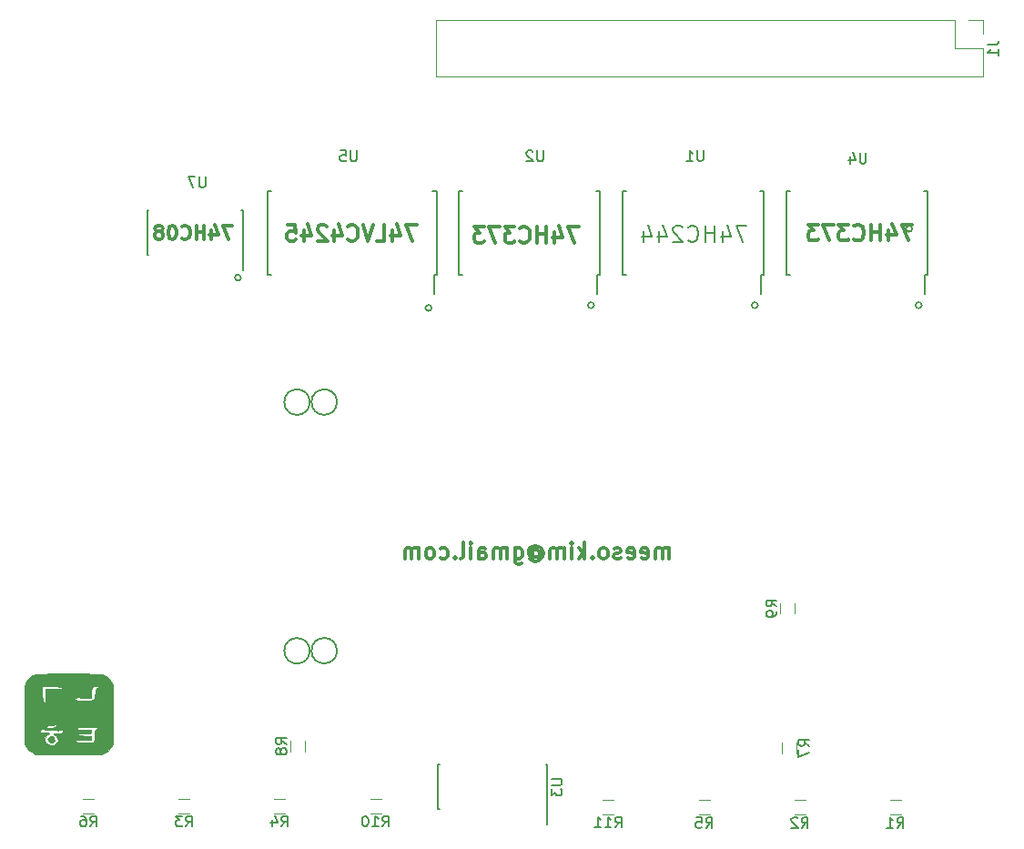
<source format=gbr>
G04 #@! TF.FileFunction,Legend,Bot*
%FSLAX46Y46*%
G04 Gerber Fmt 4.6, Leading zero omitted, Abs format (unit mm)*
G04 Created by KiCad (PCBNEW 4.0.7) date 11/25/18 08:17:31*
%MOMM*%
%LPD*%
G01*
G04 APERTURE LIST*
%ADD10C,0.100000*%
%ADD11C,0.300000*%
%ADD12C,0.200000*%
%ADD13C,0.370000*%
%ADD14C,0.120000*%
%ADD15C,0.150000*%
%ADD16C,0.010000*%
G04 APERTURE END LIST*
D10*
D11*
X200333156Y-73384671D02*
X199333156Y-73384671D01*
X199976013Y-74884671D01*
X198118871Y-73884671D02*
X198118871Y-74884671D01*
X198476014Y-73313243D02*
X198833157Y-74384671D01*
X197904585Y-74384671D01*
X197333157Y-74884671D02*
X197333157Y-73384671D01*
X197333157Y-74098957D02*
X196476014Y-74098957D01*
X196476014Y-74884671D02*
X196476014Y-73384671D01*
X194904585Y-74741814D02*
X194976014Y-74813243D01*
X195190300Y-74884671D01*
X195333157Y-74884671D01*
X195547442Y-74813243D01*
X195690300Y-74670386D01*
X195761728Y-74527529D01*
X195833157Y-74241814D01*
X195833157Y-74027529D01*
X195761728Y-73741814D01*
X195690300Y-73598957D01*
X195547442Y-73456100D01*
X195333157Y-73384671D01*
X195190300Y-73384671D01*
X194976014Y-73456100D01*
X194904585Y-73527529D01*
X194404585Y-73384671D02*
X193476014Y-73384671D01*
X193976014Y-73956100D01*
X193761728Y-73956100D01*
X193618871Y-74027529D01*
X193547442Y-74098957D01*
X193476014Y-74241814D01*
X193476014Y-74598957D01*
X193547442Y-74741814D01*
X193618871Y-74813243D01*
X193761728Y-74884671D01*
X194190300Y-74884671D01*
X194333157Y-74813243D01*
X194404585Y-74741814D01*
X192976014Y-73384671D02*
X191976014Y-73384671D01*
X192618871Y-74884671D01*
X191547443Y-73384671D02*
X190618872Y-73384671D01*
X191118872Y-73956100D01*
X190904586Y-73956100D01*
X190761729Y-74027529D01*
X190690300Y-74098957D01*
X190618872Y-74241814D01*
X190618872Y-74598957D01*
X190690300Y-74741814D01*
X190761729Y-74813243D01*
X190904586Y-74884671D01*
X191333158Y-74884671D01*
X191476015Y-74813243D01*
X191547443Y-74741814D01*
D12*
X146806798Y-113042700D02*
G75*
G03X146806798Y-113042700I-1184849J0D01*
G01*
X144275749Y-113051651D02*
G75*
G03X144275749Y-113051651I-1184849J0D01*
G01*
X146806798Y-89912251D02*
G75*
G03X146806798Y-89912251I-1184849J0D01*
G01*
X144275749Y-89916000D02*
G75*
G03X144275749Y-89916000I-1184849J0D01*
G01*
X137875781Y-78333600D02*
G75*
G03X137875781Y-78333600I-283981J0D01*
G01*
X185957981Y-80899000D02*
G75*
G03X185957981Y-80899000I-283981J0D01*
G01*
X170717981Y-80899000D02*
G75*
G03X170717981Y-80899000I-283981J0D01*
G01*
X201197981Y-80899000D02*
G75*
G03X201197981Y-80899000I-283981J0D01*
G01*
D11*
X177703214Y-104501071D02*
X177703214Y-103501071D01*
X177703214Y-103643929D02*
X177631786Y-103572500D01*
X177488928Y-103501071D01*
X177274643Y-103501071D01*
X177131786Y-103572500D01*
X177060357Y-103715357D01*
X177060357Y-104501071D01*
X177060357Y-103715357D02*
X176988928Y-103572500D01*
X176846071Y-103501071D01*
X176631786Y-103501071D01*
X176488928Y-103572500D01*
X176417500Y-103715357D01*
X176417500Y-104501071D01*
X175131786Y-104429643D02*
X175274643Y-104501071D01*
X175560357Y-104501071D01*
X175703214Y-104429643D01*
X175774643Y-104286786D01*
X175774643Y-103715357D01*
X175703214Y-103572500D01*
X175560357Y-103501071D01*
X175274643Y-103501071D01*
X175131786Y-103572500D01*
X175060357Y-103715357D01*
X175060357Y-103858214D01*
X175774643Y-104001071D01*
X173846072Y-104429643D02*
X173988929Y-104501071D01*
X174274643Y-104501071D01*
X174417500Y-104429643D01*
X174488929Y-104286786D01*
X174488929Y-103715357D01*
X174417500Y-103572500D01*
X174274643Y-103501071D01*
X173988929Y-103501071D01*
X173846072Y-103572500D01*
X173774643Y-103715357D01*
X173774643Y-103858214D01*
X174488929Y-104001071D01*
X173203215Y-104429643D02*
X173060358Y-104501071D01*
X172774643Y-104501071D01*
X172631786Y-104429643D01*
X172560358Y-104286786D01*
X172560358Y-104215357D01*
X172631786Y-104072500D01*
X172774643Y-104001071D01*
X172988929Y-104001071D01*
X173131786Y-103929643D01*
X173203215Y-103786786D01*
X173203215Y-103715357D01*
X173131786Y-103572500D01*
X172988929Y-103501071D01*
X172774643Y-103501071D01*
X172631786Y-103572500D01*
X171703214Y-104501071D02*
X171846072Y-104429643D01*
X171917500Y-104358214D01*
X171988929Y-104215357D01*
X171988929Y-103786786D01*
X171917500Y-103643929D01*
X171846072Y-103572500D01*
X171703214Y-103501071D01*
X171488929Y-103501071D01*
X171346072Y-103572500D01*
X171274643Y-103643929D01*
X171203214Y-103786786D01*
X171203214Y-104215357D01*
X171274643Y-104358214D01*
X171346072Y-104429643D01*
X171488929Y-104501071D01*
X171703214Y-104501071D01*
X170560357Y-104358214D02*
X170488929Y-104429643D01*
X170560357Y-104501071D01*
X170631786Y-104429643D01*
X170560357Y-104358214D01*
X170560357Y-104501071D01*
X169846071Y-104501071D02*
X169846071Y-103001071D01*
X169703214Y-103929643D02*
X169274643Y-104501071D01*
X169274643Y-103501071D02*
X169846071Y-104072500D01*
X168631785Y-104501071D02*
X168631785Y-103501071D01*
X168631785Y-103001071D02*
X168703214Y-103072500D01*
X168631785Y-103143929D01*
X168560357Y-103072500D01*
X168631785Y-103001071D01*
X168631785Y-103143929D01*
X167917499Y-104501071D02*
X167917499Y-103501071D01*
X167917499Y-103643929D02*
X167846071Y-103572500D01*
X167703213Y-103501071D01*
X167488928Y-103501071D01*
X167346071Y-103572500D01*
X167274642Y-103715357D01*
X167274642Y-104501071D01*
X167274642Y-103715357D02*
X167203213Y-103572500D01*
X167060356Y-103501071D01*
X166846071Y-103501071D01*
X166703213Y-103572500D01*
X166631785Y-103715357D01*
X166631785Y-104501071D01*
X164988928Y-103786786D02*
X165060356Y-103715357D01*
X165203213Y-103643929D01*
X165346071Y-103643929D01*
X165488928Y-103715357D01*
X165560356Y-103786786D01*
X165631785Y-103929643D01*
X165631785Y-104072500D01*
X165560356Y-104215357D01*
X165488928Y-104286786D01*
X165346071Y-104358214D01*
X165203213Y-104358214D01*
X165060356Y-104286786D01*
X164988928Y-104215357D01*
X164988928Y-103643929D02*
X164988928Y-104215357D01*
X164917499Y-104286786D01*
X164846071Y-104286786D01*
X164703213Y-104215357D01*
X164631785Y-104072500D01*
X164631785Y-103715357D01*
X164774642Y-103501071D01*
X164988928Y-103358214D01*
X165274642Y-103286786D01*
X165560356Y-103358214D01*
X165774642Y-103501071D01*
X165917499Y-103715357D01*
X165988928Y-104001071D01*
X165917499Y-104286786D01*
X165774642Y-104501071D01*
X165560356Y-104643929D01*
X165274642Y-104715357D01*
X164988928Y-104643929D01*
X164774642Y-104501071D01*
X163346071Y-103501071D02*
X163346071Y-104715357D01*
X163417500Y-104858214D01*
X163488928Y-104929643D01*
X163631785Y-105001071D01*
X163846071Y-105001071D01*
X163988928Y-104929643D01*
X163346071Y-104429643D02*
X163488928Y-104501071D01*
X163774642Y-104501071D01*
X163917500Y-104429643D01*
X163988928Y-104358214D01*
X164060357Y-104215357D01*
X164060357Y-103786786D01*
X163988928Y-103643929D01*
X163917500Y-103572500D01*
X163774642Y-103501071D01*
X163488928Y-103501071D01*
X163346071Y-103572500D01*
X162631785Y-104501071D02*
X162631785Y-103501071D01*
X162631785Y-103643929D02*
X162560357Y-103572500D01*
X162417499Y-103501071D01*
X162203214Y-103501071D01*
X162060357Y-103572500D01*
X161988928Y-103715357D01*
X161988928Y-104501071D01*
X161988928Y-103715357D02*
X161917499Y-103572500D01*
X161774642Y-103501071D01*
X161560357Y-103501071D01*
X161417499Y-103572500D01*
X161346071Y-103715357D01*
X161346071Y-104501071D01*
X159988928Y-104501071D02*
X159988928Y-103715357D01*
X160060357Y-103572500D01*
X160203214Y-103501071D01*
X160488928Y-103501071D01*
X160631785Y-103572500D01*
X159988928Y-104429643D02*
X160131785Y-104501071D01*
X160488928Y-104501071D01*
X160631785Y-104429643D01*
X160703214Y-104286786D01*
X160703214Y-104143929D01*
X160631785Y-104001071D01*
X160488928Y-103929643D01*
X160131785Y-103929643D01*
X159988928Y-103858214D01*
X159274642Y-104501071D02*
X159274642Y-103501071D01*
X159274642Y-103001071D02*
X159346071Y-103072500D01*
X159274642Y-103143929D01*
X159203214Y-103072500D01*
X159274642Y-103001071D01*
X159274642Y-103143929D01*
X158346070Y-104501071D02*
X158488928Y-104429643D01*
X158560356Y-104286786D01*
X158560356Y-103001071D01*
X157774642Y-104358214D02*
X157703214Y-104429643D01*
X157774642Y-104501071D01*
X157846071Y-104429643D01*
X157774642Y-104358214D01*
X157774642Y-104501071D01*
X156417499Y-104429643D02*
X156560356Y-104501071D01*
X156846070Y-104501071D01*
X156988928Y-104429643D01*
X157060356Y-104358214D01*
X157131785Y-104215357D01*
X157131785Y-103786786D01*
X157060356Y-103643929D01*
X156988928Y-103572500D01*
X156846070Y-103501071D01*
X156560356Y-103501071D01*
X156417499Y-103572500D01*
X155560356Y-104501071D02*
X155703214Y-104429643D01*
X155774642Y-104358214D01*
X155846071Y-104215357D01*
X155846071Y-103786786D01*
X155774642Y-103643929D01*
X155703214Y-103572500D01*
X155560356Y-103501071D01*
X155346071Y-103501071D01*
X155203214Y-103572500D01*
X155131785Y-103643929D01*
X155060356Y-103786786D01*
X155060356Y-104215357D01*
X155131785Y-104358214D01*
X155203214Y-104429643D01*
X155346071Y-104501071D01*
X155560356Y-104501071D01*
X154417499Y-104501071D02*
X154417499Y-103501071D01*
X154417499Y-103643929D02*
X154346071Y-103572500D01*
X154203213Y-103501071D01*
X153988928Y-103501071D01*
X153846071Y-103572500D01*
X153774642Y-103715357D01*
X153774642Y-104501071D01*
X153774642Y-103715357D02*
X153703213Y-103572500D01*
X153560356Y-103501071D01*
X153346071Y-103501071D01*
X153203213Y-103572500D01*
X153131785Y-103715357D01*
X153131785Y-104501071D01*
D12*
X200308981Y-73787000D02*
G75*
G03X200308981Y-73787000I-283981J0D01*
G01*
D11*
X169268956Y-73587871D02*
X168268956Y-73587871D01*
X168911813Y-75087871D01*
X167054671Y-74087871D02*
X167054671Y-75087871D01*
X167411814Y-73516443D02*
X167768957Y-74587871D01*
X166840385Y-74587871D01*
X166268957Y-75087871D02*
X166268957Y-73587871D01*
X166268957Y-74302157D02*
X165411814Y-74302157D01*
X165411814Y-75087871D02*
X165411814Y-73587871D01*
X163840385Y-74945014D02*
X163911814Y-75016443D01*
X164126100Y-75087871D01*
X164268957Y-75087871D01*
X164483242Y-75016443D01*
X164626100Y-74873586D01*
X164697528Y-74730729D01*
X164768957Y-74445014D01*
X164768957Y-74230729D01*
X164697528Y-73945014D01*
X164626100Y-73802157D01*
X164483242Y-73659300D01*
X164268957Y-73587871D01*
X164126100Y-73587871D01*
X163911814Y-73659300D01*
X163840385Y-73730729D01*
X163340385Y-73587871D02*
X162411814Y-73587871D01*
X162911814Y-74159300D01*
X162697528Y-74159300D01*
X162554671Y-74230729D01*
X162483242Y-74302157D01*
X162411814Y-74445014D01*
X162411814Y-74802157D01*
X162483242Y-74945014D01*
X162554671Y-75016443D01*
X162697528Y-75087871D01*
X163126100Y-75087871D01*
X163268957Y-75016443D01*
X163340385Y-74945014D01*
X161911814Y-73587871D02*
X160911814Y-73587871D01*
X161554671Y-75087871D01*
X160483243Y-73587871D02*
X159554672Y-73587871D01*
X160054672Y-74159300D01*
X159840386Y-74159300D01*
X159697529Y-74230729D01*
X159626100Y-74302157D01*
X159554672Y-74445014D01*
X159554672Y-74802157D01*
X159626100Y-74945014D01*
X159697529Y-75016443D01*
X159840386Y-75087871D01*
X160268958Y-75087871D01*
X160411815Y-75016443D01*
X160483243Y-74945014D01*
D13*
X154204227Y-73435471D02*
X153204227Y-73435471D01*
X153847084Y-74935471D01*
X151989942Y-73935471D02*
X151989942Y-74935471D01*
X152347085Y-73364043D02*
X152704228Y-74435471D01*
X151775656Y-74435471D01*
X150489942Y-74935471D02*
X151204228Y-74935471D01*
X151204228Y-73435471D01*
X150204228Y-73435471D02*
X149704228Y-74935471D01*
X149204228Y-73435471D01*
X147847085Y-74792614D02*
X147918514Y-74864043D01*
X148132800Y-74935471D01*
X148275657Y-74935471D01*
X148489942Y-74864043D01*
X148632800Y-74721186D01*
X148704228Y-74578329D01*
X148775657Y-74292614D01*
X148775657Y-74078329D01*
X148704228Y-73792614D01*
X148632800Y-73649757D01*
X148489942Y-73506900D01*
X148275657Y-73435471D01*
X148132800Y-73435471D01*
X147918514Y-73506900D01*
X147847085Y-73578329D01*
X146561371Y-73935471D02*
X146561371Y-74935471D01*
X146918514Y-73364043D02*
X147275657Y-74435471D01*
X146347085Y-74435471D01*
X145847086Y-73578329D02*
X145775657Y-73506900D01*
X145632800Y-73435471D01*
X145275657Y-73435471D01*
X145132800Y-73506900D01*
X145061371Y-73578329D01*
X144989943Y-73721186D01*
X144989943Y-73864043D01*
X145061371Y-74078329D01*
X145918514Y-74935471D01*
X144989943Y-74935471D01*
X143704229Y-73935471D02*
X143704229Y-74935471D01*
X144061372Y-73364043D02*
X144418515Y-74435471D01*
X143489943Y-74435471D01*
X142204229Y-73435471D02*
X142918515Y-73435471D01*
X142989944Y-74149757D01*
X142918515Y-74078329D01*
X142775658Y-74006900D01*
X142418515Y-74006900D01*
X142275658Y-74078329D01*
X142204229Y-74149757D01*
X142132801Y-74292614D01*
X142132801Y-74649757D01*
X142204229Y-74792614D01*
X142275658Y-74864043D01*
X142418515Y-74935471D01*
X142775658Y-74935471D01*
X142918515Y-74864043D01*
X142989944Y-74792614D01*
D11*
X137060328Y-73481495D02*
X136193661Y-73481495D01*
X136750804Y-74781495D01*
X135141280Y-73914829D02*
X135141280Y-74781495D01*
X135450804Y-73419590D02*
X135760328Y-74348162D01*
X134955566Y-74348162D01*
X134460328Y-74781495D02*
X134460328Y-73481495D01*
X134460328Y-74100543D02*
X133717471Y-74100543D01*
X133717471Y-74781495D02*
X133717471Y-73481495D01*
X132355566Y-74657686D02*
X132417471Y-74719590D01*
X132603185Y-74781495D01*
X132726995Y-74781495D01*
X132912709Y-74719590D01*
X133036518Y-74595781D01*
X133098423Y-74471971D01*
X133160328Y-74224352D01*
X133160328Y-74038638D01*
X133098423Y-73791019D01*
X133036518Y-73667210D01*
X132912709Y-73543400D01*
X132726995Y-73481495D01*
X132603185Y-73481495D01*
X132417471Y-73543400D01*
X132355566Y-73605305D01*
X131550804Y-73481495D02*
X131426995Y-73481495D01*
X131303185Y-73543400D01*
X131241280Y-73605305D01*
X131179376Y-73729114D01*
X131117471Y-73976733D01*
X131117471Y-74286257D01*
X131179376Y-74533876D01*
X131241280Y-74657686D01*
X131303185Y-74719590D01*
X131426995Y-74781495D01*
X131550804Y-74781495D01*
X131674614Y-74719590D01*
X131736518Y-74657686D01*
X131798423Y-74533876D01*
X131860328Y-74286257D01*
X131860328Y-73976733D01*
X131798423Y-73729114D01*
X131736518Y-73605305D01*
X131674614Y-73543400D01*
X131550804Y-73481495D01*
X130374614Y-74038638D02*
X130498423Y-73976733D01*
X130560328Y-73914829D01*
X130622233Y-73791019D01*
X130622233Y-73729114D01*
X130560328Y-73605305D01*
X130498423Y-73543400D01*
X130374614Y-73481495D01*
X130126995Y-73481495D01*
X130003185Y-73543400D01*
X129941281Y-73605305D01*
X129879376Y-73729114D01*
X129879376Y-73791019D01*
X129941281Y-73914829D01*
X130003185Y-73976733D01*
X130126995Y-74038638D01*
X130374614Y-74038638D01*
X130498423Y-74100543D01*
X130560328Y-74162448D01*
X130622233Y-74286257D01*
X130622233Y-74533876D01*
X130560328Y-74657686D01*
X130498423Y-74719590D01*
X130374614Y-74781495D01*
X130126995Y-74781495D01*
X130003185Y-74719590D01*
X129941281Y-74657686D01*
X129879376Y-74533876D01*
X129879376Y-74286257D01*
X129941281Y-74162448D01*
X130003185Y-74100543D01*
X130126995Y-74038638D01*
D12*
X184928056Y-73486271D02*
X183928056Y-73486271D01*
X184570913Y-74986271D01*
X182713771Y-73986271D02*
X182713771Y-74986271D01*
X183070914Y-73414843D02*
X183428057Y-74486271D01*
X182499485Y-74486271D01*
X181928057Y-74986271D02*
X181928057Y-73486271D01*
X181928057Y-74200557D02*
X181070914Y-74200557D01*
X181070914Y-74986271D02*
X181070914Y-73486271D01*
X179499485Y-74843414D02*
X179570914Y-74914843D01*
X179785200Y-74986271D01*
X179928057Y-74986271D01*
X180142342Y-74914843D01*
X180285200Y-74771986D01*
X180356628Y-74629129D01*
X180428057Y-74343414D01*
X180428057Y-74129129D01*
X180356628Y-73843414D01*
X180285200Y-73700557D01*
X180142342Y-73557700D01*
X179928057Y-73486271D01*
X179785200Y-73486271D01*
X179570914Y-73557700D01*
X179499485Y-73629129D01*
X178928057Y-73629129D02*
X178856628Y-73557700D01*
X178713771Y-73486271D01*
X178356628Y-73486271D01*
X178213771Y-73557700D01*
X178142342Y-73629129D01*
X178070914Y-73771986D01*
X178070914Y-73914843D01*
X178142342Y-74129129D01*
X178999485Y-74986271D01*
X178070914Y-74986271D01*
X176785200Y-73986271D02*
X176785200Y-74986271D01*
X177142343Y-73414843D02*
X177499486Y-74486271D01*
X176570914Y-74486271D01*
X175356629Y-73986271D02*
X175356629Y-74986271D01*
X175713772Y-73414843D02*
X176070915Y-74486271D01*
X175142343Y-74486271D01*
X155604981Y-81153000D02*
G75*
G03X155604981Y-81153000I-283981J0D01*
G01*
D14*
X204302000Y-54397600D02*
X155982000Y-54397600D01*
X155982000Y-54397600D02*
X155982000Y-59597600D01*
X155982000Y-59597600D02*
X206902000Y-59597600D01*
X206902000Y-59597600D02*
X206902000Y-56997600D01*
X206902000Y-56997600D02*
X204302000Y-56997600D01*
X204302000Y-56997600D02*
X204302000Y-54397600D01*
X205572000Y-54397600D02*
X206902000Y-54397600D01*
X206902000Y-54397600D02*
X206902000Y-55667600D01*
X199255000Y-126955000D02*
X198255000Y-126955000D01*
X198255000Y-128315000D02*
X199255000Y-128315000D01*
X190365000Y-126955000D02*
X189365000Y-126955000D01*
X189365000Y-128315000D02*
X190365000Y-128315000D01*
X133088000Y-126828000D02*
X132088000Y-126828000D01*
X132088000Y-128188000D02*
X133088000Y-128188000D01*
X141978000Y-126828000D02*
X140978000Y-126828000D01*
X140978000Y-128188000D02*
X141978000Y-128188000D01*
X181466000Y-126950000D02*
X180466000Y-126950000D01*
X180466000Y-128310000D02*
X181466000Y-128310000D01*
X124198000Y-126828000D02*
X123198000Y-126828000D01*
X123198000Y-128188000D02*
X124198000Y-128188000D01*
X188169000Y-121590000D02*
X188169000Y-122590000D01*
X189529000Y-122590000D02*
X189529000Y-121590000D01*
X143809000Y-122420000D02*
X143809000Y-121420000D01*
X142449000Y-121420000D02*
X142449000Y-122420000D01*
X189402000Y-109593000D02*
X189402000Y-108593000D01*
X188042000Y-108593000D02*
X188042000Y-109593000D01*
D15*
X186534000Y-78043000D02*
X186284000Y-78043000D01*
X186534000Y-70293000D02*
X186199000Y-70293000D01*
X173384000Y-70293000D02*
X173719000Y-70293000D01*
X173384000Y-78043000D02*
X173719000Y-78043000D01*
X186534000Y-78043000D02*
X186534000Y-70293000D01*
X173384000Y-78043000D02*
X173384000Y-70293000D01*
X186284000Y-78043000D02*
X186284000Y-79843000D01*
X171294000Y-78043000D02*
X171044000Y-78043000D01*
X171294000Y-70293000D02*
X170959000Y-70293000D01*
X158144000Y-70293000D02*
X158479000Y-70293000D01*
X158144000Y-78043000D02*
X158479000Y-78043000D01*
X171294000Y-78043000D02*
X171294000Y-70293000D01*
X158144000Y-78043000D02*
X158144000Y-70293000D01*
X171044000Y-78043000D02*
X171044000Y-79843000D01*
X201774000Y-78043000D02*
X201524000Y-78043000D01*
X201774000Y-70293000D02*
X201439000Y-70293000D01*
X188624000Y-70293000D02*
X188959000Y-70293000D01*
X188624000Y-78043000D02*
X188959000Y-78043000D01*
X201774000Y-78043000D02*
X201774000Y-70293000D01*
X188624000Y-78043000D02*
X188624000Y-70293000D01*
X201524000Y-78043000D02*
X201524000Y-79843000D01*
X156084000Y-78043000D02*
X155809000Y-78043000D01*
X156084000Y-70293000D02*
X155719000Y-70293000D01*
X140334000Y-70293000D02*
X140699000Y-70293000D01*
X140334000Y-78043000D02*
X140699000Y-78043000D01*
X156084000Y-78043000D02*
X156084000Y-70293000D01*
X140334000Y-78043000D02*
X140334000Y-70293000D01*
X155809000Y-78043000D02*
X155809000Y-79868000D01*
X138054000Y-76243000D02*
X138029000Y-76243000D01*
X138054000Y-72093000D02*
X137939000Y-72093000D01*
X129154000Y-72093000D02*
X129269000Y-72093000D01*
X129154000Y-76243000D02*
X129269000Y-76243000D01*
X138054000Y-76243000D02*
X138054000Y-72093000D01*
X129154000Y-76243000D02*
X129154000Y-72093000D01*
X138029000Y-76243000D02*
X138029000Y-77618000D01*
X166365000Y-127805000D02*
X166340000Y-127805000D01*
X166365000Y-123655000D02*
X166260000Y-123655000D01*
X156215000Y-123655000D02*
X156320000Y-123655000D01*
X156215000Y-127805000D02*
X156320000Y-127805000D01*
X166365000Y-127805000D02*
X166365000Y-123655000D01*
X156215000Y-127805000D02*
X156215000Y-123655000D01*
X166340000Y-127805000D02*
X166340000Y-129180000D01*
D16*
G36*
X121126190Y-115191863D02*
X120511422Y-115192992D01*
X120000740Y-115196537D01*
X119582687Y-115203860D01*
X119245807Y-115216322D01*
X118978643Y-115235284D01*
X118769737Y-115262106D01*
X118607634Y-115298150D01*
X118480876Y-115344777D01*
X118378006Y-115403349D01*
X118287568Y-115475225D01*
X118198106Y-115561769D01*
X118126939Y-115634876D01*
X118033444Y-115733284D01*
X117955674Y-115827278D01*
X117892268Y-115928992D01*
X117841866Y-116050563D01*
X117803107Y-116204125D01*
X117774630Y-116401815D01*
X117755074Y-116655767D01*
X117743079Y-116978117D01*
X117737284Y-117381001D01*
X117736328Y-117876553D01*
X117738850Y-118476910D01*
X117742604Y-119062500D01*
X117760750Y-121761250D01*
X117940453Y-122026047D01*
X118111358Y-122231350D01*
X118320301Y-122422951D01*
X118384953Y-122470547D01*
X118649750Y-122650250D01*
X121766599Y-122667836D01*
X124883447Y-122685422D01*
X125226368Y-122506278D01*
X125506847Y-122322580D01*
X125714775Y-122088201D01*
X125760770Y-122017521D01*
X125952250Y-121707909D01*
X125963225Y-120220551D01*
X124516711Y-120220551D01*
X124489951Y-120272969D01*
X124396500Y-120332500D01*
X124331777Y-120382829D01*
X124293419Y-120467690D01*
X124274868Y-120616490D01*
X124269560Y-120858632D01*
X124269500Y-120901698D01*
X124265694Y-121169946D01*
X124241698Y-121359177D01*
X124178649Y-121483176D01*
X124057685Y-121555726D01*
X123859940Y-121590613D01*
X123566551Y-121601620D01*
X123310472Y-121602500D01*
X122978667Y-121599828D01*
X122753248Y-121590131D01*
X122613680Y-121570884D01*
X122539431Y-121539563D01*
X122513413Y-121504511D01*
X122500860Y-121398265D01*
X122515069Y-121367264D01*
X122590849Y-121352576D01*
X122766003Y-121342960D01*
X123012971Y-121339373D01*
X123253164Y-121341667D01*
X123952000Y-121355328D01*
X123952000Y-120972265D01*
X123365351Y-120954007D01*
X123084099Y-120941993D01*
X122906049Y-120923787D01*
X122807411Y-120894325D01*
X122764391Y-120848543D01*
X122757445Y-120824625D01*
X122759689Y-120772998D01*
X122805096Y-120740277D01*
X122915829Y-120722263D01*
X123114050Y-120714758D01*
X123344094Y-120713500D01*
X123624848Y-120712419D01*
X123802300Y-120705050D01*
X123900147Y-120685205D01*
X123942088Y-120646696D01*
X123951819Y-120583334D01*
X123952000Y-120554750D01*
X123951611Y-120547489D01*
X121327588Y-120547489D01*
X121230390Y-120655570D01*
X121111239Y-120722351D01*
X120948659Y-120746818D01*
X120728161Y-120738187D01*
X120530697Y-120725449D01*
X120442027Y-120731339D01*
X120444822Y-120759598D01*
X120485678Y-120790525D01*
X120713651Y-120991988D01*
X120832964Y-121207403D01*
X120839617Y-121420609D01*
X120729610Y-121615444D01*
X120697625Y-121646848D01*
X120470140Y-121804406D01*
X120239358Y-121849003D01*
X119971028Y-121786083D01*
X119928650Y-121769060D01*
X119723277Y-121627992D01*
X119617589Y-121437261D01*
X119611327Y-121225567D01*
X119704230Y-121021606D01*
X119896041Y-120854077D01*
X119937111Y-120831960D01*
X120056781Y-120756028D01*
X120063287Y-120701908D01*
X119952916Y-120667768D01*
X119721959Y-120651772D01*
X119569055Y-120650000D01*
X119307350Y-120632623D01*
X119167079Y-120580643D01*
X119148587Y-120494286D01*
X119207186Y-120414600D01*
X119265183Y-120372876D01*
X119351756Y-120351627D01*
X119492205Y-120350303D01*
X119711833Y-120368359D01*
X119975037Y-120397985D01*
X120293518Y-120428436D01*
X120602402Y-120445429D01*
X120856943Y-120447066D01*
X120964069Y-120439993D01*
X121192436Y-120431547D01*
X121315628Y-120469014D01*
X121327588Y-120547489D01*
X123951611Y-120547489D01*
X123948136Y-120482707D01*
X123921085Y-120436619D01*
X123847659Y-120410686D01*
X123704673Y-120399114D01*
X123468940Y-120396105D01*
X123317000Y-120396000D01*
X123027988Y-120394256D01*
X122842974Y-120385962D01*
X122738971Y-120366520D01*
X122692993Y-120331332D01*
X122682052Y-120275801D01*
X122682000Y-120269000D01*
X122688413Y-120219483D01*
X122720439Y-120184838D01*
X122797261Y-120162418D01*
X122938064Y-120149576D01*
X123162030Y-120143667D01*
X123488344Y-120142046D01*
X123602750Y-120142000D01*
X124000855Y-120145921D01*
X124280396Y-120159003D01*
X124449604Y-120183221D01*
X124516711Y-120220551D01*
X125963225Y-120220551D01*
X125964979Y-119982741D01*
X120714537Y-119982741D01*
X120663641Y-120087358D01*
X120572371Y-120170149D01*
X120398268Y-120240355D01*
X120178100Y-120266373D01*
X119975186Y-120244392D01*
X119894622Y-120210936D01*
X119821211Y-120122094D01*
X119855376Y-120036797D01*
X119978574Y-119973521D01*
X120155883Y-119950632D01*
X120363593Y-119941117D01*
X120539439Y-119918586D01*
X120570625Y-119911476D01*
X120683463Y-119913841D01*
X120714537Y-119982741D01*
X125964979Y-119982741D01*
X125971733Y-119067579D01*
X125975782Y-118299761D01*
X125975626Y-117655351D01*
X125971204Y-117130822D01*
X125962453Y-116722650D01*
X125949309Y-116427309D01*
X125946964Y-116402517D01*
X124582275Y-116402517D01*
X124532452Y-116477774D01*
X124467260Y-116518615D01*
X124398993Y-116581757D01*
X124356175Y-116701058D01*
X124330360Y-116905883D01*
X124322749Y-117021060D01*
X124305837Y-117262505D01*
X124274042Y-117434569D01*
X124208300Y-117549003D01*
X124089550Y-117617561D01*
X123898729Y-117651995D01*
X123616775Y-117664057D01*
X123277475Y-117665500D01*
X122934461Y-117664359D01*
X122698546Y-117659033D01*
X122549839Y-117646667D01*
X122468446Y-117624403D01*
X122434474Y-117589387D01*
X122428000Y-117543545D01*
X122482892Y-117439655D01*
X122622458Y-117379383D01*
X122809036Y-117372246D01*
X122960853Y-117408877D01*
X123117350Y-117444196D01*
X123345357Y-117468187D01*
X123543384Y-117475000D01*
X123952000Y-117475000D01*
X123952000Y-117026325D01*
X123961882Y-116717170D01*
X123999026Y-116513621D01*
X124074682Y-116395297D01*
X124076914Y-116394345D01*
X121348500Y-116394345D01*
X121328482Y-116432776D01*
X121236952Y-116518961D01*
X121226943Y-116527363D01*
X121148741Y-116583476D01*
X121059181Y-116617560D01*
X120930635Y-116632376D01*
X120735475Y-116630686D01*
X120446072Y-116615252D01*
X120385568Y-116611463D01*
X119697500Y-116567924D01*
X119697500Y-117211962D01*
X119694525Y-117509696D01*
X119683490Y-117701555D01*
X119661234Y-117808566D01*
X119624596Y-117851759D01*
X119600679Y-117856000D01*
X119509055Y-117802827D01*
X119441929Y-117693116D01*
X119414162Y-117557551D01*
X119392835Y-117334399D01*
X119381208Y-117063031D01*
X119380000Y-116944911D01*
X119380000Y-116359590D01*
X120348375Y-116374278D01*
X120685892Y-116379702D01*
X120976448Y-116384950D01*
X121197315Y-116389565D01*
X121325764Y-116393091D01*
X121348500Y-116394345D01*
X124076914Y-116394345D01*
X124200098Y-116341817D01*
X124335235Y-116332000D01*
X124514509Y-116351061D01*
X124582275Y-116402517D01*
X125946964Y-116402517D01*
X125931709Y-116241273D01*
X125920376Y-116185177D01*
X125795126Y-115924108D01*
X125588040Y-115659938D01*
X125336324Y-115433813D01*
X125126750Y-115307469D01*
X125060043Y-115280567D01*
X124980850Y-115258166D01*
X124877640Y-115239858D01*
X124738884Y-115225235D01*
X124553049Y-115213889D01*
X124308607Y-115205412D01*
X123994026Y-115199396D01*
X123597775Y-115195434D01*
X123108324Y-115193118D01*
X122514143Y-115192039D01*
X121856500Y-115191789D01*
X121126190Y-115191863D01*
X121126190Y-115191863D01*
G37*
X121126190Y-115191863D02*
X120511422Y-115192992D01*
X120000740Y-115196537D01*
X119582687Y-115203860D01*
X119245807Y-115216322D01*
X118978643Y-115235284D01*
X118769737Y-115262106D01*
X118607634Y-115298150D01*
X118480876Y-115344777D01*
X118378006Y-115403349D01*
X118287568Y-115475225D01*
X118198106Y-115561769D01*
X118126939Y-115634876D01*
X118033444Y-115733284D01*
X117955674Y-115827278D01*
X117892268Y-115928992D01*
X117841866Y-116050563D01*
X117803107Y-116204125D01*
X117774630Y-116401815D01*
X117755074Y-116655767D01*
X117743079Y-116978117D01*
X117737284Y-117381001D01*
X117736328Y-117876553D01*
X117738850Y-118476910D01*
X117742604Y-119062500D01*
X117760750Y-121761250D01*
X117940453Y-122026047D01*
X118111358Y-122231350D01*
X118320301Y-122422951D01*
X118384953Y-122470547D01*
X118649750Y-122650250D01*
X121766599Y-122667836D01*
X124883447Y-122685422D01*
X125226368Y-122506278D01*
X125506847Y-122322580D01*
X125714775Y-122088201D01*
X125760770Y-122017521D01*
X125952250Y-121707909D01*
X125963225Y-120220551D01*
X124516711Y-120220551D01*
X124489951Y-120272969D01*
X124396500Y-120332500D01*
X124331777Y-120382829D01*
X124293419Y-120467690D01*
X124274868Y-120616490D01*
X124269560Y-120858632D01*
X124269500Y-120901698D01*
X124265694Y-121169946D01*
X124241698Y-121359177D01*
X124178649Y-121483176D01*
X124057685Y-121555726D01*
X123859940Y-121590613D01*
X123566551Y-121601620D01*
X123310472Y-121602500D01*
X122978667Y-121599828D01*
X122753248Y-121590131D01*
X122613680Y-121570884D01*
X122539431Y-121539563D01*
X122513413Y-121504511D01*
X122500860Y-121398265D01*
X122515069Y-121367264D01*
X122590849Y-121352576D01*
X122766003Y-121342960D01*
X123012971Y-121339373D01*
X123253164Y-121341667D01*
X123952000Y-121355328D01*
X123952000Y-120972265D01*
X123365351Y-120954007D01*
X123084099Y-120941993D01*
X122906049Y-120923787D01*
X122807411Y-120894325D01*
X122764391Y-120848543D01*
X122757445Y-120824625D01*
X122759689Y-120772998D01*
X122805096Y-120740277D01*
X122915829Y-120722263D01*
X123114050Y-120714758D01*
X123344094Y-120713500D01*
X123624848Y-120712419D01*
X123802300Y-120705050D01*
X123900147Y-120685205D01*
X123942088Y-120646696D01*
X123951819Y-120583334D01*
X123952000Y-120554750D01*
X123951611Y-120547489D01*
X121327588Y-120547489D01*
X121230390Y-120655570D01*
X121111239Y-120722351D01*
X120948659Y-120746818D01*
X120728161Y-120738187D01*
X120530697Y-120725449D01*
X120442027Y-120731339D01*
X120444822Y-120759598D01*
X120485678Y-120790525D01*
X120713651Y-120991988D01*
X120832964Y-121207403D01*
X120839617Y-121420609D01*
X120729610Y-121615444D01*
X120697625Y-121646848D01*
X120470140Y-121804406D01*
X120239358Y-121849003D01*
X119971028Y-121786083D01*
X119928650Y-121769060D01*
X119723277Y-121627992D01*
X119617589Y-121437261D01*
X119611327Y-121225567D01*
X119704230Y-121021606D01*
X119896041Y-120854077D01*
X119937111Y-120831960D01*
X120056781Y-120756028D01*
X120063287Y-120701908D01*
X119952916Y-120667768D01*
X119721959Y-120651772D01*
X119569055Y-120650000D01*
X119307350Y-120632623D01*
X119167079Y-120580643D01*
X119148587Y-120494286D01*
X119207186Y-120414600D01*
X119265183Y-120372876D01*
X119351756Y-120351627D01*
X119492205Y-120350303D01*
X119711833Y-120368359D01*
X119975037Y-120397985D01*
X120293518Y-120428436D01*
X120602402Y-120445429D01*
X120856943Y-120447066D01*
X120964069Y-120439993D01*
X121192436Y-120431547D01*
X121315628Y-120469014D01*
X121327588Y-120547489D01*
X123951611Y-120547489D01*
X123948136Y-120482707D01*
X123921085Y-120436619D01*
X123847659Y-120410686D01*
X123704673Y-120399114D01*
X123468940Y-120396105D01*
X123317000Y-120396000D01*
X123027988Y-120394256D01*
X122842974Y-120385962D01*
X122738971Y-120366520D01*
X122692993Y-120331332D01*
X122682052Y-120275801D01*
X122682000Y-120269000D01*
X122688413Y-120219483D01*
X122720439Y-120184838D01*
X122797261Y-120162418D01*
X122938064Y-120149576D01*
X123162030Y-120143667D01*
X123488344Y-120142046D01*
X123602750Y-120142000D01*
X124000855Y-120145921D01*
X124280396Y-120159003D01*
X124449604Y-120183221D01*
X124516711Y-120220551D01*
X125963225Y-120220551D01*
X125964979Y-119982741D01*
X120714537Y-119982741D01*
X120663641Y-120087358D01*
X120572371Y-120170149D01*
X120398268Y-120240355D01*
X120178100Y-120266373D01*
X119975186Y-120244392D01*
X119894622Y-120210936D01*
X119821211Y-120122094D01*
X119855376Y-120036797D01*
X119978574Y-119973521D01*
X120155883Y-119950632D01*
X120363593Y-119941117D01*
X120539439Y-119918586D01*
X120570625Y-119911476D01*
X120683463Y-119913841D01*
X120714537Y-119982741D01*
X125964979Y-119982741D01*
X125971733Y-119067579D01*
X125975782Y-118299761D01*
X125975626Y-117655351D01*
X125971204Y-117130822D01*
X125962453Y-116722650D01*
X125949309Y-116427309D01*
X125946964Y-116402517D01*
X124582275Y-116402517D01*
X124532452Y-116477774D01*
X124467260Y-116518615D01*
X124398993Y-116581757D01*
X124356175Y-116701058D01*
X124330360Y-116905883D01*
X124322749Y-117021060D01*
X124305837Y-117262505D01*
X124274042Y-117434569D01*
X124208300Y-117549003D01*
X124089550Y-117617561D01*
X123898729Y-117651995D01*
X123616775Y-117664057D01*
X123277475Y-117665500D01*
X122934461Y-117664359D01*
X122698546Y-117659033D01*
X122549839Y-117646667D01*
X122468446Y-117624403D01*
X122434474Y-117589387D01*
X122428000Y-117543545D01*
X122482892Y-117439655D01*
X122622458Y-117379383D01*
X122809036Y-117372246D01*
X122960853Y-117408877D01*
X123117350Y-117444196D01*
X123345357Y-117468187D01*
X123543384Y-117475000D01*
X123952000Y-117475000D01*
X123952000Y-117026325D01*
X123961882Y-116717170D01*
X123999026Y-116513621D01*
X124074682Y-116395297D01*
X124076914Y-116394345D01*
X121348500Y-116394345D01*
X121328482Y-116432776D01*
X121236952Y-116518961D01*
X121226943Y-116527363D01*
X121148741Y-116583476D01*
X121059181Y-116617560D01*
X120930635Y-116632376D01*
X120735475Y-116630686D01*
X120446072Y-116615252D01*
X120385568Y-116611463D01*
X119697500Y-116567924D01*
X119697500Y-117211962D01*
X119694525Y-117509696D01*
X119683490Y-117701555D01*
X119661234Y-117808566D01*
X119624596Y-117851759D01*
X119600679Y-117856000D01*
X119509055Y-117802827D01*
X119441929Y-117693116D01*
X119414162Y-117557551D01*
X119392835Y-117334399D01*
X119381208Y-117063031D01*
X119380000Y-116944911D01*
X119380000Y-116359590D01*
X120348375Y-116374278D01*
X120685892Y-116379702D01*
X120976448Y-116384950D01*
X121197315Y-116389565D01*
X121325764Y-116393091D01*
X121348500Y-116394345D01*
X124076914Y-116394345D01*
X124200098Y-116341817D01*
X124335235Y-116332000D01*
X124514509Y-116351061D01*
X124582275Y-116402517D01*
X125946964Y-116402517D01*
X125931709Y-116241273D01*
X125920376Y-116185177D01*
X125795126Y-115924108D01*
X125588040Y-115659938D01*
X125336324Y-115433813D01*
X125126750Y-115307469D01*
X125060043Y-115280567D01*
X124980850Y-115258166D01*
X124877640Y-115239858D01*
X124738884Y-115225235D01*
X124553049Y-115213889D01*
X124308607Y-115205412D01*
X123994026Y-115199396D01*
X123597775Y-115195434D01*
X123108324Y-115193118D01*
X122514143Y-115192039D01*
X121856500Y-115191789D01*
X121126190Y-115191863D01*
G36*
X120128136Y-121009393D02*
X120004085Y-121106142D01*
X119909877Y-121214345D01*
X119888000Y-121270870D01*
X119921065Y-121354847D01*
X119986851Y-121461370D01*
X120127555Y-121573639D01*
X120298808Y-121597303D01*
X120446800Y-121526300D01*
X120515502Y-121382056D01*
X120500177Y-121212107D01*
X120418007Y-121061298D01*
X120286171Y-120974475D01*
X120232715Y-120967500D01*
X120128136Y-121009393D01*
X120128136Y-121009393D01*
G37*
X120128136Y-121009393D02*
X120004085Y-121106142D01*
X119909877Y-121214345D01*
X119888000Y-121270870D01*
X119921065Y-121354847D01*
X119986851Y-121461370D01*
X120127555Y-121573639D01*
X120298808Y-121597303D01*
X120446800Y-121526300D01*
X120515502Y-121382056D01*
X120500177Y-121212107D01*
X120418007Y-121061298D01*
X120286171Y-120974475D01*
X120232715Y-120967500D01*
X120128136Y-121009393D01*
D14*
X150911000Y-126828000D02*
X149911000Y-126828000D01*
X149911000Y-128188000D02*
X150911000Y-128188000D01*
X172549000Y-126921000D02*
X171549000Y-126921000D01*
X171549000Y-128281000D02*
X172549000Y-128281000D01*
D15*
X207354381Y-56664267D02*
X208068667Y-56664267D01*
X208211524Y-56616647D01*
X208306762Y-56521409D01*
X208354381Y-56378552D01*
X208354381Y-56283314D01*
X208354381Y-57664267D02*
X208354381Y-57092838D01*
X208354381Y-57378552D02*
X207354381Y-57378552D01*
X207497238Y-57283314D01*
X207592476Y-57188076D01*
X207640095Y-57092838D01*
X198921666Y-129537381D02*
X199255000Y-129061190D01*
X199493095Y-129537381D02*
X199493095Y-128537381D01*
X199112142Y-128537381D01*
X199016904Y-128585000D01*
X198969285Y-128632619D01*
X198921666Y-128727857D01*
X198921666Y-128870714D01*
X198969285Y-128965952D01*
X199016904Y-129013571D01*
X199112142Y-129061190D01*
X199493095Y-129061190D01*
X197969285Y-129537381D02*
X198540714Y-129537381D01*
X198255000Y-129537381D02*
X198255000Y-128537381D01*
X198350238Y-128680238D01*
X198445476Y-128775476D01*
X198540714Y-128823095D01*
X190031666Y-129537381D02*
X190365000Y-129061190D01*
X190603095Y-129537381D02*
X190603095Y-128537381D01*
X190222142Y-128537381D01*
X190126904Y-128585000D01*
X190079285Y-128632619D01*
X190031666Y-128727857D01*
X190031666Y-128870714D01*
X190079285Y-128965952D01*
X190126904Y-129013571D01*
X190222142Y-129061190D01*
X190603095Y-129061190D01*
X189650714Y-128632619D02*
X189603095Y-128585000D01*
X189507857Y-128537381D01*
X189269761Y-128537381D01*
X189174523Y-128585000D01*
X189126904Y-128632619D01*
X189079285Y-128727857D01*
X189079285Y-128823095D01*
X189126904Y-128965952D01*
X189698333Y-129537381D01*
X189079285Y-129537381D01*
X132754666Y-129410381D02*
X133088000Y-128934190D01*
X133326095Y-129410381D02*
X133326095Y-128410381D01*
X132945142Y-128410381D01*
X132849904Y-128458000D01*
X132802285Y-128505619D01*
X132754666Y-128600857D01*
X132754666Y-128743714D01*
X132802285Y-128838952D01*
X132849904Y-128886571D01*
X132945142Y-128934190D01*
X133326095Y-128934190D01*
X132421333Y-128410381D02*
X131802285Y-128410381D01*
X132135619Y-128791333D01*
X131992761Y-128791333D01*
X131897523Y-128838952D01*
X131849904Y-128886571D01*
X131802285Y-128981810D01*
X131802285Y-129219905D01*
X131849904Y-129315143D01*
X131897523Y-129362762D01*
X131992761Y-129410381D01*
X132278476Y-129410381D01*
X132373714Y-129362762D01*
X132421333Y-129315143D01*
X141644666Y-129410381D02*
X141978000Y-128934190D01*
X142216095Y-129410381D02*
X142216095Y-128410381D01*
X141835142Y-128410381D01*
X141739904Y-128458000D01*
X141692285Y-128505619D01*
X141644666Y-128600857D01*
X141644666Y-128743714D01*
X141692285Y-128838952D01*
X141739904Y-128886571D01*
X141835142Y-128934190D01*
X142216095Y-128934190D01*
X140787523Y-128743714D02*
X140787523Y-129410381D01*
X141025619Y-128362762D02*
X141263714Y-129077048D01*
X140644666Y-129077048D01*
X181132666Y-129532381D02*
X181466000Y-129056190D01*
X181704095Y-129532381D02*
X181704095Y-128532381D01*
X181323142Y-128532381D01*
X181227904Y-128580000D01*
X181180285Y-128627619D01*
X181132666Y-128722857D01*
X181132666Y-128865714D01*
X181180285Y-128960952D01*
X181227904Y-129008571D01*
X181323142Y-129056190D01*
X181704095Y-129056190D01*
X180227904Y-128532381D02*
X180704095Y-128532381D01*
X180751714Y-129008571D01*
X180704095Y-128960952D01*
X180608857Y-128913333D01*
X180370761Y-128913333D01*
X180275523Y-128960952D01*
X180227904Y-129008571D01*
X180180285Y-129103810D01*
X180180285Y-129341905D01*
X180227904Y-129437143D01*
X180275523Y-129484762D01*
X180370761Y-129532381D01*
X180608857Y-129532381D01*
X180704095Y-129484762D01*
X180751714Y-129437143D01*
X123864666Y-129410381D02*
X124198000Y-128934190D01*
X124436095Y-129410381D02*
X124436095Y-128410381D01*
X124055142Y-128410381D01*
X123959904Y-128458000D01*
X123912285Y-128505619D01*
X123864666Y-128600857D01*
X123864666Y-128743714D01*
X123912285Y-128838952D01*
X123959904Y-128886571D01*
X124055142Y-128934190D01*
X124436095Y-128934190D01*
X123007523Y-128410381D02*
X123198000Y-128410381D01*
X123293238Y-128458000D01*
X123340857Y-128505619D01*
X123436095Y-128648476D01*
X123483714Y-128838952D01*
X123483714Y-129219905D01*
X123436095Y-129315143D01*
X123388476Y-129362762D01*
X123293238Y-129410381D01*
X123102761Y-129410381D01*
X123007523Y-129362762D01*
X122959904Y-129315143D01*
X122912285Y-129219905D01*
X122912285Y-128981810D01*
X122959904Y-128886571D01*
X123007523Y-128838952D01*
X123102761Y-128791333D01*
X123293238Y-128791333D01*
X123388476Y-128838952D01*
X123436095Y-128886571D01*
X123483714Y-128981810D01*
X190751381Y-121923334D02*
X190275190Y-121590000D01*
X190751381Y-121351905D02*
X189751381Y-121351905D01*
X189751381Y-121732858D01*
X189799000Y-121828096D01*
X189846619Y-121875715D01*
X189941857Y-121923334D01*
X190084714Y-121923334D01*
X190179952Y-121875715D01*
X190227571Y-121828096D01*
X190275190Y-121732858D01*
X190275190Y-121351905D01*
X189751381Y-122256667D02*
X189751381Y-122923334D01*
X190751381Y-122494762D01*
X142131381Y-121753334D02*
X141655190Y-121420000D01*
X142131381Y-121181905D02*
X141131381Y-121181905D01*
X141131381Y-121562858D01*
X141179000Y-121658096D01*
X141226619Y-121705715D01*
X141321857Y-121753334D01*
X141464714Y-121753334D01*
X141559952Y-121705715D01*
X141607571Y-121658096D01*
X141655190Y-121562858D01*
X141655190Y-121181905D01*
X141559952Y-122324762D02*
X141512333Y-122229524D01*
X141464714Y-122181905D01*
X141369476Y-122134286D01*
X141321857Y-122134286D01*
X141226619Y-122181905D01*
X141179000Y-122229524D01*
X141131381Y-122324762D01*
X141131381Y-122515239D01*
X141179000Y-122610477D01*
X141226619Y-122658096D01*
X141321857Y-122705715D01*
X141369476Y-122705715D01*
X141464714Y-122658096D01*
X141512333Y-122610477D01*
X141559952Y-122515239D01*
X141559952Y-122324762D01*
X141607571Y-122229524D01*
X141655190Y-122181905D01*
X141750429Y-122134286D01*
X141940905Y-122134286D01*
X142036143Y-122181905D01*
X142083762Y-122229524D01*
X142131381Y-122324762D01*
X142131381Y-122515239D01*
X142083762Y-122610477D01*
X142036143Y-122658096D01*
X141940905Y-122705715D01*
X141750429Y-122705715D01*
X141655190Y-122658096D01*
X141607571Y-122610477D01*
X141559952Y-122515239D01*
X187724381Y-108926334D02*
X187248190Y-108593000D01*
X187724381Y-108354905D02*
X186724381Y-108354905D01*
X186724381Y-108735858D01*
X186772000Y-108831096D01*
X186819619Y-108878715D01*
X186914857Y-108926334D01*
X187057714Y-108926334D01*
X187152952Y-108878715D01*
X187200571Y-108831096D01*
X187248190Y-108735858D01*
X187248190Y-108354905D01*
X187724381Y-109402524D02*
X187724381Y-109593000D01*
X187676762Y-109688239D01*
X187629143Y-109735858D01*
X187486286Y-109831096D01*
X187295810Y-109878715D01*
X186914857Y-109878715D01*
X186819619Y-109831096D01*
X186772000Y-109783477D01*
X186724381Y-109688239D01*
X186724381Y-109497762D01*
X186772000Y-109402524D01*
X186819619Y-109354905D01*
X186914857Y-109307286D01*
X187152952Y-109307286D01*
X187248190Y-109354905D01*
X187295810Y-109402524D01*
X187343429Y-109497762D01*
X187343429Y-109688239D01*
X187295810Y-109783477D01*
X187248190Y-109831096D01*
X187152952Y-109878715D01*
X180886005Y-66482981D02*
X180886005Y-67292505D01*
X180838386Y-67387743D01*
X180790767Y-67435362D01*
X180695529Y-67482981D01*
X180505052Y-67482981D01*
X180409814Y-67435362D01*
X180362195Y-67387743D01*
X180314576Y-67292505D01*
X180314576Y-66482981D01*
X179314576Y-67482981D02*
X179886005Y-67482981D01*
X179600291Y-67482981D02*
X179600291Y-66482981D01*
X179695529Y-66625838D01*
X179790767Y-66721076D01*
X179886005Y-66768695D01*
X166001605Y-66508381D02*
X166001605Y-67317905D01*
X165953986Y-67413143D01*
X165906367Y-67460762D01*
X165811129Y-67508381D01*
X165620652Y-67508381D01*
X165525414Y-67460762D01*
X165477795Y-67413143D01*
X165430176Y-67317905D01*
X165430176Y-66508381D01*
X165001605Y-66603619D02*
X164953986Y-66556000D01*
X164858748Y-66508381D01*
X164620652Y-66508381D01*
X164525414Y-66556000D01*
X164477795Y-66603619D01*
X164430176Y-66698857D01*
X164430176Y-66794095D01*
X164477795Y-66936952D01*
X165049224Y-67508381D01*
X164430176Y-67508381D01*
X196011705Y-66698881D02*
X196011705Y-67508405D01*
X195964086Y-67603643D01*
X195916467Y-67651262D01*
X195821229Y-67698881D01*
X195630752Y-67698881D01*
X195535514Y-67651262D01*
X195487895Y-67603643D01*
X195440276Y-67508405D01*
X195440276Y-66698881D01*
X194535514Y-67032214D02*
X194535514Y-67698881D01*
X194773610Y-66651262D02*
X195011705Y-67365548D01*
X194392657Y-67365548D01*
X148653405Y-66508381D02*
X148653405Y-67317905D01*
X148605786Y-67413143D01*
X148558167Y-67460762D01*
X148462929Y-67508381D01*
X148272452Y-67508381D01*
X148177214Y-67460762D01*
X148129595Y-67413143D01*
X148081976Y-67317905D01*
X148081976Y-66508381D01*
X147129595Y-66508381D02*
X147605786Y-66508381D01*
X147653405Y-66984571D01*
X147605786Y-66936952D01*
X147510548Y-66889333D01*
X147272452Y-66889333D01*
X147177214Y-66936952D01*
X147129595Y-66984571D01*
X147081976Y-67079810D01*
X147081976Y-67317905D01*
X147129595Y-67413143D01*
X147177214Y-67460762D01*
X147272452Y-67508381D01*
X147510548Y-67508381D01*
X147605786Y-67460762D01*
X147653405Y-67413143D01*
X134569105Y-68934081D02*
X134569105Y-69743605D01*
X134521486Y-69838843D01*
X134473867Y-69886462D01*
X134378629Y-69934081D01*
X134188152Y-69934081D01*
X134092914Y-69886462D01*
X134045295Y-69838843D01*
X133997676Y-69743605D01*
X133997676Y-68934081D01*
X133616724Y-68934081D02*
X132950057Y-68934081D01*
X133378629Y-69934081D01*
X166742381Y-124968095D02*
X167551905Y-124968095D01*
X167647143Y-125015714D01*
X167694762Y-125063333D01*
X167742381Y-125158571D01*
X167742381Y-125349048D01*
X167694762Y-125444286D01*
X167647143Y-125491905D01*
X167551905Y-125539524D01*
X166742381Y-125539524D01*
X166742381Y-125920476D02*
X166742381Y-126539524D01*
X167123333Y-126206190D01*
X167123333Y-126349048D01*
X167170952Y-126444286D01*
X167218571Y-126491905D01*
X167313810Y-126539524D01*
X167551905Y-126539524D01*
X167647143Y-126491905D01*
X167694762Y-126444286D01*
X167742381Y-126349048D01*
X167742381Y-126063333D01*
X167694762Y-125968095D01*
X167647143Y-125920476D01*
X151053857Y-129410381D02*
X151387191Y-128934190D01*
X151625286Y-129410381D02*
X151625286Y-128410381D01*
X151244333Y-128410381D01*
X151149095Y-128458000D01*
X151101476Y-128505619D01*
X151053857Y-128600857D01*
X151053857Y-128743714D01*
X151101476Y-128838952D01*
X151149095Y-128886571D01*
X151244333Y-128934190D01*
X151625286Y-128934190D01*
X150101476Y-129410381D02*
X150672905Y-129410381D01*
X150387191Y-129410381D02*
X150387191Y-128410381D01*
X150482429Y-128553238D01*
X150577667Y-128648476D01*
X150672905Y-128696095D01*
X149482429Y-128410381D02*
X149387190Y-128410381D01*
X149291952Y-128458000D01*
X149244333Y-128505619D01*
X149196714Y-128600857D01*
X149149095Y-128791333D01*
X149149095Y-129029429D01*
X149196714Y-129219905D01*
X149244333Y-129315143D01*
X149291952Y-129362762D01*
X149387190Y-129410381D01*
X149482429Y-129410381D01*
X149577667Y-129362762D01*
X149625286Y-129315143D01*
X149672905Y-129219905D01*
X149720524Y-129029429D01*
X149720524Y-128791333D01*
X149672905Y-128600857D01*
X149625286Y-128505619D01*
X149577667Y-128458000D01*
X149482429Y-128410381D01*
X172691857Y-129503381D02*
X173025191Y-129027190D01*
X173263286Y-129503381D02*
X173263286Y-128503381D01*
X172882333Y-128503381D01*
X172787095Y-128551000D01*
X172739476Y-128598619D01*
X172691857Y-128693857D01*
X172691857Y-128836714D01*
X172739476Y-128931952D01*
X172787095Y-128979571D01*
X172882333Y-129027190D01*
X173263286Y-129027190D01*
X171739476Y-129503381D02*
X172310905Y-129503381D01*
X172025191Y-129503381D02*
X172025191Y-128503381D01*
X172120429Y-128646238D01*
X172215667Y-128741476D01*
X172310905Y-128789095D01*
X170787095Y-129503381D02*
X171358524Y-129503381D01*
X171072810Y-129503381D02*
X171072810Y-128503381D01*
X171168048Y-128646238D01*
X171263286Y-128741476D01*
X171358524Y-128789095D01*
M02*

</source>
